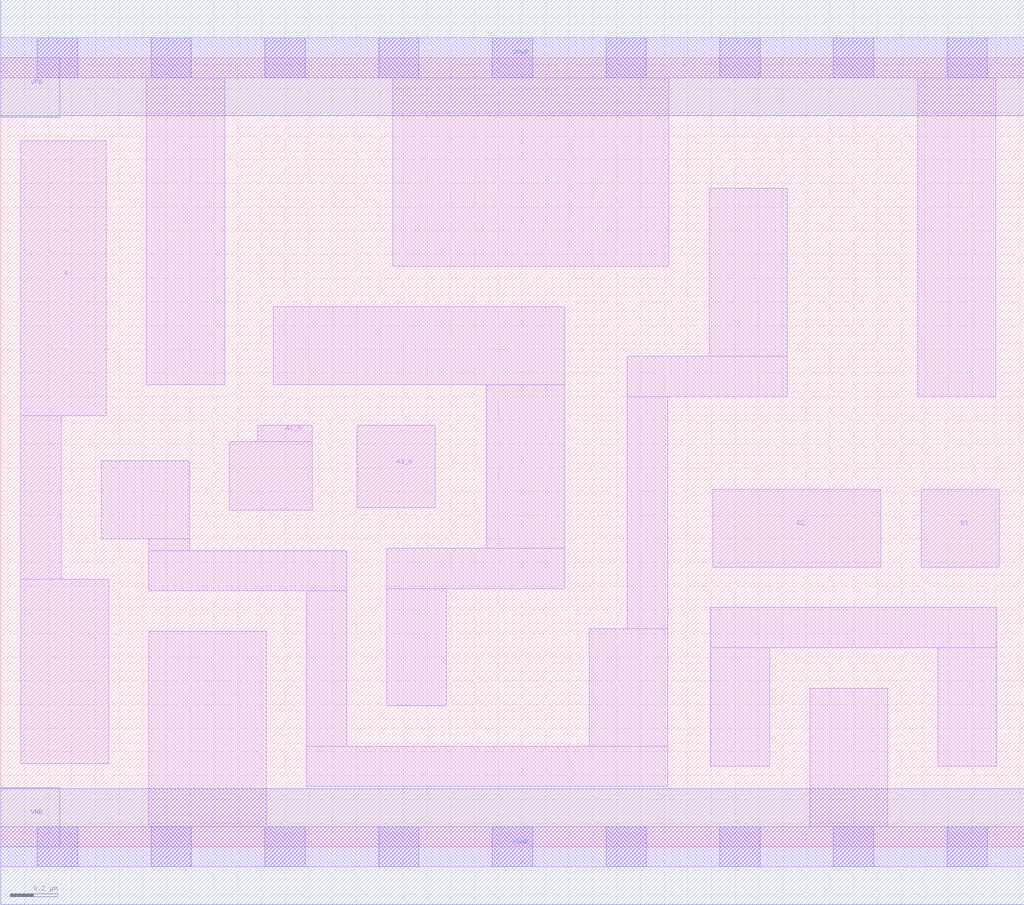
<source format=lef>
# Copyright 2020 The SkyWater PDK Authors
#
# Licensed under the Apache License, Version 2.0 (the "License");
# you may not use this file except in compliance with the License.
# You may obtain a copy of the License at
#
#     https://www.apache.org/licenses/LICENSE-2.0
#
# Unless required by applicable law or agreed to in writing, software
# distributed under the License is distributed on an "AS IS" BASIS,
# WITHOUT WARRANTIES OR CONDITIONS OF ANY KIND, either express or implied.
# See the License for the specific language governing permissions and
# limitations under the License.
#
# SPDX-License-Identifier: Apache-2.0

VERSION 5.5 ;
NAMESCASESENSITIVE ON ;
BUSBITCHARS "[]" ;
DIVIDERCHAR "/" ;
MACRO sky130_fd_sc_hs__o2bb2a_1
  CLASS CORE ;
  SOURCE USER ;
  ORIGIN  0.000000  0.000000 ;
  SIZE  4.320000 BY  3.330000 ;
  SYMMETRY X Y ;
  SITE unit ;
  PIN A1_N
    ANTENNAGATEAREA  0.222000 ;
    DIRECTION INPUT ;
    USE SIGNAL ;
    PORT
      LAYER li1 ;
        RECT 0.965000 1.420000 1.315000 1.710000 ;
        RECT 1.085000 1.710000 1.315000 1.780000 ;
    END
  END A1_N
  PIN A2_N
    ANTENNAGATEAREA  0.222000 ;
    DIRECTION INPUT ;
    USE SIGNAL ;
    PORT
      LAYER li1 ;
        RECT 1.505000 1.430000 1.835000 1.780000 ;
    END
  END A2_N
  PIN B1
    ANTENNAGATEAREA  0.246000 ;
    DIRECTION INPUT ;
    USE SIGNAL ;
    PORT
      LAYER li1 ;
        RECT 3.885000 1.180000 4.215000 1.510000 ;
    END
  END B1
  PIN B2
    ANTENNAGATEAREA  0.246000 ;
    DIRECTION INPUT ;
    USE SIGNAL ;
    PORT
      LAYER li1 ;
        RECT 3.005000 1.180000 3.715000 1.510000 ;
    END
  END B2
  PIN X
    ANTENNADIFFAREA  0.541300 ;
    DIRECTION OUTPUT ;
    USE SIGNAL ;
    PORT
      LAYER li1 ;
        RECT 0.085000 0.350000 0.455000 1.130000 ;
        RECT 0.085000 1.130000 0.255000 1.820000 ;
        RECT 0.085000 1.820000 0.445000 2.980000 ;
    END
  END X
  PIN VGND
    DIRECTION INOUT ;
    USE GROUND ;
    PORT
      LAYER met1 ;
        RECT 0.000000 -0.245000 4.320000 0.245000 ;
    END
  END VGND
  PIN VNB
    DIRECTION INOUT ;
    USE GROUND ;
    PORT
    END
  END VNB
  PIN VPB
    DIRECTION INOUT ;
    USE POWER ;
    PORT
    END
  END VPB
  PIN VNB
    DIRECTION INOUT ;
    USE GROUND ;
    PORT
      LAYER met1 ;
        RECT 0.000000 0.000000 0.250000 0.250000 ;
    END
  END VNB
  PIN VPB
    DIRECTION INOUT ;
    USE POWER ;
    PORT
      LAYER met1 ;
        RECT 0.000000 3.080000 0.250000 3.330000 ;
    END
  END VPB
  PIN VPWR
    DIRECTION INOUT ;
    USE POWER ;
    PORT
      LAYER met1 ;
        RECT 0.000000 3.085000 4.320000 3.575000 ;
    END
  END VPWR
  OBS
    LAYER li1 ;
      RECT 0.000000 -0.085000 4.320000 0.085000 ;
      RECT 0.000000  3.245000 4.320000 3.415000 ;
      RECT 0.425000  1.300000 0.795000 1.630000 ;
      RECT 0.615000  1.950000 0.945000 3.245000 ;
      RECT 0.625000  0.085000 1.120000 0.910000 ;
      RECT 0.625000  1.080000 1.460000 1.250000 ;
      RECT 0.625000  1.250000 0.795000 1.300000 ;
      RECT 1.150000  1.950000 2.380000 2.280000 ;
      RECT 1.290000  0.255000 2.815000 0.425000 ;
      RECT 1.290000  0.425000 1.460000 1.080000 ;
      RECT 1.630000  0.595000 1.880000 1.090000 ;
      RECT 1.630000  1.090000 2.380000 1.260000 ;
      RECT 1.655000  2.450000 2.820000 3.245000 ;
      RECT 2.050000  1.260000 2.380000 1.950000 ;
      RECT 2.485000  0.425000 2.815000 0.920000 ;
      RECT 2.645000  0.920000 2.815000 1.900000 ;
      RECT 2.645000  1.900000 3.320000 2.070000 ;
      RECT 2.990000  2.070000 3.320000 2.780000 ;
      RECT 2.995000  0.340000 3.245000 0.840000 ;
      RECT 2.995000  0.840000 4.205000 1.010000 ;
      RECT 3.415000  0.085000 3.745000 0.670000 ;
      RECT 3.870000  1.900000 4.200000 3.245000 ;
      RECT 3.955000  0.340000 4.205000 0.840000 ;
    LAYER mcon ;
      RECT 0.155000 -0.085000 0.325000 0.085000 ;
      RECT 0.155000  3.245000 0.325000 3.415000 ;
      RECT 0.635000 -0.085000 0.805000 0.085000 ;
      RECT 0.635000  3.245000 0.805000 3.415000 ;
      RECT 1.115000 -0.085000 1.285000 0.085000 ;
      RECT 1.115000  3.245000 1.285000 3.415000 ;
      RECT 1.595000 -0.085000 1.765000 0.085000 ;
      RECT 1.595000  3.245000 1.765000 3.415000 ;
      RECT 2.075000 -0.085000 2.245000 0.085000 ;
      RECT 2.075000  3.245000 2.245000 3.415000 ;
      RECT 2.555000 -0.085000 2.725000 0.085000 ;
      RECT 2.555000  3.245000 2.725000 3.415000 ;
      RECT 3.035000 -0.085000 3.205000 0.085000 ;
      RECT 3.035000  3.245000 3.205000 3.415000 ;
      RECT 3.515000 -0.085000 3.685000 0.085000 ;
      RECT 3.515000  3.245000 3.685000 3.415000 ;
      RECT 3.995000 -0.085000 4.165000 0.085000 ;
      RECT 3.995000  3.245000 4.165000 3.415000 ;
  END
END sky130_fd_sc_hs__o2bb2a_1
END LIBRARY

</source>
